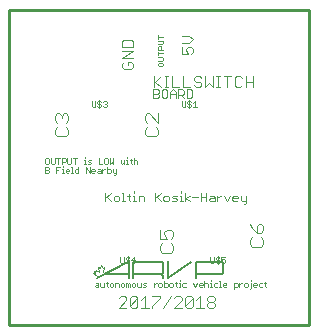
<source format=gto>
G75*
%MOIN*%
%OFA0B0*%
%FSLAX25Y25*%
%IPPOS*%
%LPD*%
%AMOC8*
5,1,8,0,0,1.08239X$1,22.5*
%
%ADD10C,0.00300*%
%ADD11C,0.00200*%
%ADD12C,0.01000*%
%ADD13C,0.00500*%
%ADD14C,0.00400*%
D10*
X0082950Y0046950D02*
X0085419Y0049419D01*
X0085419Y0050036D01*
X0084802Y0050653D01*
X0083567Y0050653D01*
X0082950Y0050036D01*
X0082950Y0046950D02*
X0085419Y0046950D01*
X0086633Y0047567D02*
X0089102Y0050036D01*
X0089102Y0047567D01*
X0088485Y0046950D01*
X0087250Y0046950D01*
X0086633Y0047567D01*
X0086633Y0050036D01*
X0087250Y0050653D01*
X0088485Y0050653D01*
X0089102Y0050036D01*
X0090316Y0049419D02*
X0091551Y0050653D01*
X0091551Y0046950D01*
X0092785Y0046950D02*
X0090316Y0046950D01*
X0093999Y0046950D02*
X0093999Y0047567D01*
X0096468Y0050036D01*
X0096468Y0050653D01*
X0093999Y0050653D01*
X0097683Y0046950D02*
X0100151Y0050653D01*
X0101366Y0050036D02*
X0101983Y0050653D01*
X0103217Y0050653D01*
X0103834Y0050036D01*
X0103834Y0049419D01*
X0101366Y0046950D01*
X0103834Y0046950D01*
X0105049Y0047567D02*
X0105049Y0050036D01*
X0105666Y0050653D01*
X0106900Y0050653D01*
X0107518Y0050036D01*
X0105049Y0047567D01*
X0105666Y0046950D01*
X0106900Y0046950D01*
X0107518Y0047567D01*
X0107518Y0050036D01*
X0108732Y0049419D02*
X0109966Y0050653D01*
X0109966Y0046950D01*
X0108732Y0046950D02*
X0111201Y0046950D01*
X0112415Y0047567D02*
X0112415Y0048184D01*
X0113032Y0048802D01*
X0114267Y0048802D01*
X0114884Y0048184D01*
X0114884Y0047567D01*
X0114267Y0046950D01*
X0113032Y0046950D01*
X0112415Y0047567D01*
X0113032Y0048802D02*
X0112415Y0049419D01*
X0112415Y0050036D01*
X0113032Y0050653D01*
X0114267Y0050653D01*
X0114884Y0050036D01*
X0114884Y0049419D01*
X0114267Y0048802D01*
X0114107Y0120450D02*
X0112872Y0121684D01*
X0111638Y0120450D01*
X0111638Y0124153D01*
X0110424Y0123536D02*
X0109806Y0124153D01*
X0108572Y0124153D01*
X0107955Y0123536D01*
X0107955Y0122919D01*
X0108572Y0122302D01*
X0109806Y0122302D01*
X0110424Y0121684D01*
X0110424Y0121067D01*
X0109806Y0120450D01*
X0108572Y0120450D01*
X0107955Y0121067D01*
X0106740Y0120450D02*
X0104272Y0120450D01*
X0104272Y0124153D01*
X0100589Y0124153D02*
X0100589Y0120450D01*
X0103057Y0120450D01*
X0099368Y0120450D02*
X0098133Y0120450D01*
X0098750Y0120450D02*
X0098750Y0124153D01*
X0098133Y0124153D02*
X0099368Y0124153D01*
X0096919Y0124153D02*
X0094450Y0121684D01*
X0095067Y0122302D02*
X0096919Y0120450D01*
X0094450Y0120450D02*
X0094450Y0124153D01*
X0087650Y0127067D02*
X0087650Y0128302D01*
X0087033Y0128919D01*
X0085798Y0128919D01*
X0085798Y0127684D01*
X0084564Y0126450D02*
X0087033Y0126450D01*
X0087650Y0127067D01*
X0087650Y0130133D02*
X0083947Y0130133D01*
X0087650Y0132602D01*
X0083947Y0132602D01*
X0083947Y0133816D02*
X0083947Y0135668D01*
X0084564Y0136285D01*
X0087033Y0136285D01*
X0087650Y0135668D01*
X0087650Y0133816D01*
X0083947Y0133816D01*
X0084564Y0128919D02*
X0083947Y0128302D01*
X0083947Y0127067D01*
X0084564Y0126450D01*
X0103947Y0131450D02*
X0105798Y0131450D01*
X0105181Y0132684D01*
X0105181Y0133302D01*
X0105798Y0133919D01*
X0107033Y0133919D01*
X0107650Y0133302D01*
X0107650Y0132067D01*
X0107033Y0131450D01*
X0103947Y0131450D02*
X0103947Y0133919D01*
X0103947Y0135133D02*
X0106416Y0135133D01*
X0107650Y0136368D01*
X0106416Y0137602D01*
X0103947Y0137602D01*
X0114107Y0124153D02*
X0114107Y0120450D01*
X0115321Y0120450D02*
X0116556Y0120450D01*
X0115938Y0120450D02*
X0115938Y0124153D01*
X0115321Y0124153D02*
X0116556Y0124153D01*
X0117777Y0124153D02*
X0120245Y0124153D01*
X0119011Y0124153D02*
X0119011Y0120450D01*
X0121460Y0121067D02*
X0122077Y0120450D01*
X0123311Y0120450D01*
X0123928Y0121067D01*
X0125143Y0120450D02*
X0125143Y0124153D01*
X0123928Y0123536D02*
X0123311Y0124153D01*
X0122077Y0124153D01*
X0121460Y0123536D01*
X0121460Y0121067D01*
X0125143Y0122302D02*
X0127612Y0122302D01*
X0127612Y0124153D02*
X0127612Y0120450D01*
D11*
X0108784Y0113900D02*
X0107583Y0113900D01*
X0108184Y0113900D02*
X0108184Y0115702D01*
X0107583Y0115101D01*
X0106943Y0115401D02*
X0106642Y0115702D01*
X0106042Y0115702D01*
X0105742Y0115401D01*
X0105742Y0115101D01*
X0106042Y0114801D01*
X0106642Y0114801D01*
X0106943Y0114501D01*
X0106943Y0114200D01*
X0106642Y0113900D01*
X0106042Y0113900D01*
X0105742Y0114200D01*
X0105101Y0114200D02*
X0105101Y0115702D01*
X0103900Y0115702D02*
X0103900Y0114200D01*
X0104200Y0113900D01*
X0104801Y0113900D01*
X0105101Y0114200D01*
X0106342Y0113600D02*
X0106342Y0116002D01*
X0106851Y0116900D02*
X0105449Y0116900D01*
X0105449Y0119702D01*
X0106851Y0119702D01*
X0107318Y0119235D01*
X0107318Y0117367D01*
X0106851Y0116900D01*
X0104555Y0116900D02*
X0103621Y0117834D01*
X0104088Y0117834D02*
X0102687Y0117834D01*
X0102687Y0116900D02*
X0102687Y0119702D01*
X0104088Y0119702D01*
X0104555Y0119235D01*
X0104555Y0118301D01*
X0104088Y0117834D01*
X0101793Y0118301D02*
X0099925Y0118301D01*
X0099925Y0118768D02*
X0100859Y0119702D01*
X0101793Y0118768D01*
X0101793Y0116900D01*
X0099925Y0116900D02*
X0099925Y0118768D01*
X0099031Y0119235D02*
X0098564Y0119702D01*
X0097629Y0119702D01*
X0097162Y0119235D01*
X0097162Y0117367D01*
X0097629Y0116900D01*
X0098564Y0116900D01*
X0099031Y0117367D01*
X0099031Y0119235D01*
X0096268Y0119235D02*
X0096268Y0118768D01*
X0095801Y0118301D01*
X0094400Y0118301D01*
X0094400Y0116900D02*
X0094400Y0119702D01*
X0095801Y0119702D01*
X0096268Y0119235D01*
X0095801Y0118301D02*
X0096268Y0117834D01*
X0096268Y0117367D01*
X0095801Y0116900D01*
X0094400Y0116900D01*
X0096199Y0127400D02*
X0097400Y0127400D01*
X0097700Y0127700D01*
X0097700Y0128301D01*
X0097400Y0128601D01*
X0096199Y0128601D01*
X0095898Y0128301D01*
X0095898Y0127700D01*
X0096199Y0127400D01*
X0095898Y0129242D02*
X0097400Y0129242D01*
X0097700Y0129542D01*
X0097700Y0130142D01*
X0097400Y0130443D01*
X0095898Y0130443D01*
X0095898Y0131083D02*
X0095898Y0132284D01*
X0095898Y0131684D02*
X0097700Y0131684D01*
X0097700Y0132925D02*
X0095898Y0132925D01*
X0095898Y0133825D01*
X0096199Y0134126D01*
X0096799Y0134126D01*
X0097099Y0133825D01*
X0097099Y0132925D01*
X0097400Y0134766D02*
X0095898Y0134766D01*
X0095898Y0135967D02*
X0097400Y0135967D01*
X0097700Y0135667D01*
X0097700Y0135067D01*
X0097400Y0134766D01*
X0095898Y0136608D02*
X0095898Y0137809D01*
X0095898Y0137208D02*
X0097700Y0137208D01*
X0078484Y0115702D02*
X0078784Y0115401D01*
X0078784Y0115101D01*
X0078484Y0114801D01*
X0078784Y0114501D01*
X0078784Y0114200D01*
X0078484Y0113900D01*
X0077883Y0113900D01*
X0077583Y0114200D01*
X0076943Y0114200D02*
X0076943Y0114501D01*
X0076642Y0114801D01*
X0076042Y0114801D01*
X0075742Y0115101D01*
X0075742Y0115401D01*
X0076042Y0115702D01*
X0076642Y0115702D01*
X0076943Y0115401D01*
X0077583Y0115401D02*
X0077883Y0115702D01*
X0078484Y0115702D01*
X0078484Y0114801D02*
X0078184Y0114801D01*
X0076943Y0114200D02*
X0076642Y0113900D01*
X0076042Y0113900D01*
X0075742Y0114200D01*
X0075101Y0114200D02*
X0075101Y0115702D01*
X0073900Y0115702D02*
X0073900Y0114200D01*
X0074200Y0113900D01*
X0074801Y0113900D01*
X0075101Y0114200D01*
X0076342Y0113600D02*
X0076342Y0116002D01*
X0076202Y0096702D02*
X0076202Y0094900D01*
X0077403Y0094900D01*
X0078043Y0095200D02*
X0078344Y0094900D01*
X0078944Y0094900D01*
X0079244Y0095200D01*
X0079244Y0096401D01*
X0078944Y0096702D01*
X0078344Y0096702D01*
X0078043Y0096401D01*
X0078043Y0095200D01*
X0078964Y0093702D02*
X0078964Y0091900D01*
X0079865Y0091900D01*
X0080165Y0092200D01*
X0080165Y0092801D01*
X0079865Y0093101D01*
X0078964Y0093101D01*
X0078330Y0093101D02*
X0078030Y0093101D01*
X0077430Y0092501D01*
X0077430Y0093101D02*
X0077430Y0091900D01*
X0076789Y0091900D02*
X0076789Y0092801D01*
X0076489Y0093101D01*
X0075888Y0093101D01*
X0075888Y0092501D02*
X0076789Y0092501D01*
X0076789Y0091900D02*
X0075888Y0091900D01*
X0075588Y0092200D01*
X0075888Y0092501D01*
X0074947Y0092501D02*
X0073746Y0092501D01*
X0073746Y0092801D02*
X0074047Y0093101D01*
X0074647Y0093101D01*
X0074947Y0092801D01*
X0074947Y0092501D01*
X0074647Y0091900D02*
X0074047Y0091900D01*
X0073746Y0092200D01*
X0073746Y0092801D01*
X0073106Y0091900D02*
X0073106Y0093702D01*
X0071905Y0093702D02*
X0073106Y0091900D01*
X0071905Y0091900D02*
X0071905Y0093702D01*
X0071892Y0094900D02*
X0071291Y0094900D01*
X0071591Y0094900D02*
X0071591Y0096101D01*
X0071291Y0096101D01*
X0071591Y0096702D02*
X0071591Y0097002D01*
X0072519Y0095801D02*
X0072819Y0096101D01*
X0073720Y0096101D01*
X0073419Y0095501D02*
X0072819Y0095501D01*
X0072519Y0095801D01*
X0072519Y0094900D02*
X0073419Y0094900D01*
X0073720Y0095200D01*
X0073419Y0095501D01*
X0069423Y0093702D02*
X0069423Y0091900D01*
X0068522Y0091900D01*
X0068222Y0092200D01*
X0068222Y0092801D01*
X0068522Y0093101D01*
X0069423Y0093101D01*
X0068208Y0094900D02*
X0068208Y0096702D01*
X0067608Y0096702D02*
X0068809Y0096702D01*
X0066967Y0096702D02*
X0066967Y0095200D01*
X0066667Y0094900D01*
X0066067Y0094900D01*
X0065766Y0095200D01*
X0065766Y0096702D01*
X0065126Y0096401D02*
X0065126Y0095801D01*
X0064825Y0095501D01*
X0063925Y0095501D01*
X0063925Y0094900D02*
X0063925Y0096702D01*
X0064825Y0096702D01*
X0065126Y0096401D01*
X0063284Y0096702D02*
X0062083Y0096702D01*
X0062684Y0096702D02*
X0062684Y0094900D01*
X0061443Y0095200D02*
X0061443Y0096702D01*
X0060242Y0096702D02*
X0060242Y0095200D01*
X0060542Y0094900D01*
X0061142Y0094900D01*
X0061443Y0095200D01*
X0062083Y0093702D02*
X0063284Y0093702D01*
X0063925Y0093101D02*
X0064225Y0093101D01*
X0064225Y0091900D01*
X0063925Y0091900D02*
X0064525Y0091900D01*
X0065152Y0092200D02*
X0065453Y0091900D01*
X0066053Y0091900D01*
X0066353Y0092501D02*
X0065152Y0092501D01*
X0065152Y0092801D02*
X0065453Y0093101D01*
X0066053Y0093101D01*
X0066353Y0092801D01*
X0066353Y0092501D01*
X0066994Y0091900D02*
X0067595Y0091900D01*
X0067294Y0091900D02*
X0067294Y0093702D01*
X0066994Y0093702D01*
X0065152Y0092801D02*
X0065152Y0092200D01*
X0064225Y0093702D02*
X0064225Y0094002D01*
X0062684Y0092801D02*
X0062083Y0092801D01*
X0062083Y0091900D02*
X0062083Y0093702D01*
X0059601Y0093401D02*
X0059601Y0093101D01*
X0059301Y0092801D01*
X0058400Y0092801D01*
X0058400Y0093702D02*
X0059301Y0093702D01*
X0059601Y0093401D01*
X0059301Y0092801D02*
X0059601Y0092501D01*
X0059601Y0092200D01*
X0059301Y0091900D01*
X0058400Y0091900D01*
X0058400Y0093702D01*
X0058700Y0094900D02*
X0059301Y0094900D01*
X0059601Y0095200D01*
X0059601Y0096401D01*
X0059301Y0096702D01*
X0058700Y0096702D01*
X0058400Y0096401D01*
X0058400Y0095200D01*
X0058700Y0094900D01*
X0078400Y0085202D02*
X0078400Y0082400D01*
X0078400Y0083334D02*
X0080268Y0085202D01*
X0081629Y0084268D02*
X0081162Y0083801D01*
X0081162Y0082867D01*
X0081629Y0082400D01*
X0082564Y0082400D01*
X0083031Y0082867D01*
X0083031Y0083801D01*
X0082564Y0084268D01*
X0081629Y0084268D01*
X0080268Y0082400D02*
X0078867Y0083801D01*
X0083925Y0082400D02*
X0084859Y0082400D01*
X0084392Y0082400D02*
X0084392Y0085202D01*
X0083925Y0085202D01*
X0085766Y0084268D02*
X0086700Y0084268D01*
X0086233Y0084735D02*
X0086233Y0082867D01*
X0086700Y0082400D01*
X0087608Y0082400D02*
X0088542Y0082400D01*
X0088075Y0082400D02*
X0088075Y0084268D01*
X0087608Y0084268D01*
X0088075Y0085202D02*
X0088075Y0085669D01*
X0089449Y0084268D02*
X0090851Y0084268D01*
X0091318Y0083801D01*
X0091318Y0082400D01*
X0089449Y0082400D02*
X0089449Y0084268D01*
X0094974Y0083334D02*
X0096842Y0085202D01*
X0098204Y0084268D02*
X0097736Y0083801D01*
X0097736Y0082867D01*
X0098204Y0082400D01*
X0099138Y0082400D01*
X0099605Y0082867D01*
X0099605Y0083801D01*
X0099138Y0084268D01*
X0098204Y0084268D01*
X0096842Y0082400D02*
X0095441Y0083801D01*
X0094974Y0085202D02*
X0094974Y0082400D01*
X0100499Y0082400D02*
X0101900Y0082400D01*
X0102367Y0082867D01*
X0101900Y0083334D01*
X0100966Y0083334D01*
X0100499Y0083801D01*
X0100966Y0084268D01*
X0102367Y0084268D01*
X0103261Y0084268D02*
X0103728Y0084268D01*
X0103728Y0082400D01*
X0103261Y0082400D02*
X0104195Y0082400D01*
X0105103Y0082400D02*
X0105103Y0085202D01*
X0103728Y0085202D02*
X0103728Y0085669D01*
X0105103Y0083334D02*
X0106504Y0084268D01*
X0107405Y0083801D02*
X0109273Y0083801D01*
X0110167Y0083801D02*
X0112035Y0083801D01*
X0112929Y0082867D02*
X0113396Y0083334D01*
X0114798Y0083334D01*
X0114798Y0083801D02*
X0114798Y0082400D01*
X0113396Y0082400D01*
X0112929Y0082867D01*
X0112035Y0082400D02*
X0112035Y0085202D01*
X0113396Y0084268D02*
X0114331Y0084268D01*
X0114798Y0083801D01*
X0115692Y0083334D02*
X0116626Y0084268D01*
X0117093Y0084268D01*
X0117994Y0084268D02*
X0118928Y0082400D01*
X0119862Y0084268D01*
X0120756Y0083801D02*
X0121223Y0084268D01*
X0122157Y0084268D01*
X0122624Y0083801D01*
X0122624Y0083334D01*
X0120756Y0083334D01*
X0120756Y0082867D02*
X0120756Y0083801D01*
X0120756Y0082867D02*
X0121223Y0082400D01*
X0122157Y0082400D01*
X0123518Y0082867D02*
X0123985Y0082400D01*
X0125387Y0082400D01*
X0125387Y0081933D02*
X0124920Y0081466D01*
X0124453Y0081466D01*
X0125387Y0081933D02*
X0125387Y0084268D01*
X0123518Y0084268D02*
X0123518Y0082867D01*
X0115692Y0082400D02*
X0115692Y0084268D01*
X0110167Y0085202D02*
X0110167Y0082400D01*
X0106504Y0082400D02*
X0105103Y0083334D01*
X0089066Y0094900D02*
X0089066Y0095801D01*
X0088766Y0096101D01*
X0088165Y0096101D01*
X0087865Y0095801D01*
X0087238Y0096101D02*
X0086637Y0096101D01*
X0086938Y0096401D02*
X0086938Y0095200D01*
X0087238Y0094900D01*
X0087865Y0094900D02*
X0087865Y0096702D01*
X0085710Y0096702D02*
X0085710Y0097002D01*
X0085710Y0096101D02*
X0085710Y0094900D01*
X0085410Y0094900D02*
X0086010Y0094900D01*
X0085710Y0096101D02*
X0085410Y0096101D01*
X0084769Y0096101D02*
X0084769Y0095200D01*
X0084469Y0094900D01*
X0084169Y0095200D01*
X0083868Y0094900D01*
X0083568Y0095200D01*
X0083568Y0096101D01*
X0081086Y0096702D02*
X0081086Y0094900D01*
X0080486Y0095501D01*
X0079885Y0094900D01*
X0079885Y0096702D01*
X0080806Y0093101D02*
X0080806Y0092200D01*
X0081106Y0091900D01*
X0082007Y0091900D01*
X0082007Y0091600D02*
X0081707Y0091299D01*
X0081406Y0091299D01*
X0082007Y0091600D02*
X0082007Y0093101D01*
X0085817Y0064002D02*
X0085817Y0061600D01*
X0085517Y0061900D02*
X0086118Y0061900D01*
X0086418Y0062200D01*
X0086418Y0062501D01*
X0086118Y0062801D01*
X0085517Y0062801D01*
X0085217Y0063101D01*
X0085217Y0063401D01*
X0085517Y0063702D01*
X0086118Y0063702D01*
X0086418Y0063401D01*
X0087058Y0062801D02*
X0088259Y0062801D01*
X0087959Y0063702D02*
X0087058Y0062801D01*
X0087959Y0061900D02*
X0087959Y0063702D01*
X0085517Y0061900D02*
X0085217Y0062200D01*
X0084576Y0062200D02*
X0084276Y0061900D01*
X0083676Y0061900D01*
X0083375Y0062200D01*
X0083375Y0063702D01*
X0084576Y0063702D02*
X0084576Y0062200D01*
X0078100Y0060500D02*
X0077700Y0058900D01*
X0077500Y0060200D02*
X0077000Y0061300D01*
X0076500Y0060200D01*
X0075800Y0060500D01*
X0076200Y0058900D01*
X0075400Y0059600D01*
X0075300Y0059100D01*
X0074500Y0059300D01*
X0074800Y0058600D01*
X0074300Y0058400D01*
X0075500Y0057500D01*
X0075200Y0055101D02*
X0075801Y0055101D01*
X0076101Y0054801D01*
X0076101Y0053900D01*
X0075200Y0053900D01*
X0074900Y0054200D01*
X0075200Y0054501D01*
X0076101Y0054501D01*
X0076742Y0054200D02*
X0076742Y0055101D01*
X0076742Y0054200D02*
X0077042Y0053900D01*
X0077943Y0053900D01*
X0077943Y0055101D01*
X0078583Y0055101D02*
X0079184Y0055101D01*
X0078883Y0055401D02*
X0078883Y0054200D01*
X0079184Y0053900D01*
X0079811Y0054200D02*
X0080111Y0053900D01*
X0080712Y0053900D01*
X0081012Y0054200D01*
X0081012Y0054801D01*
X0080712Y0055101D01*
X0080111Y0055101D01*
X0079811Y0054801D01*
X0079811Y0054200D01*
X0081652Y0053900D02*
X0081652Y0055101D01*
X0082553Y0055101D01*
X0082853Y0054801D01*
X0082853Y0053900D01*
X0083494Y0054200D02*
X0083794Y0053900D01*
X0084395Y0053900D01*
X0084695Y0054200D01*
X0084695Y0054801D01*
X0084395Y0055101D01*
X0083794Y0055101D01*
X0083494Y0054801D01*
X0083494Y0054200D01*
X0085336Y0053900D02*
X0085336Y0055101D01*
X0085636Y0055101D01*
X0085936Y0054801D01*
X0086236Y0055101D01*
X0086537Y0054801D01*
X0086537Y0053900D01*
X0085936Y0053900D02*
X0085936Y0054801D01*
X0087177Y0054801D02*
X0087177Y0054200D01*
X0087477Y0053900D01*
X0088078Y0053900D01*
X0088378Y0054200D01*
X0088378Y0054801D01*
X0088078Y0055101D01*
X0087477Y0055101D01*
X0087177Y0054801D01*
X0089019Y0055101D02*
X0089019Y0054200D01*
X0089319Y0053900D01*
X0090220Y0053900D01*
X0090220Y0055101D01*
X0090860Y0054801D02*
X0091161Y0055101D01*
X0092061Y0055101D01*
X0091761Y0054501D02*
X0091161Y0054501D01*
X0090860Y0054801D01*
X0090860Y0053900D02*
X0091761Y0053900D01*
X0092061Y0054200D01*
X0091761Y0054501D01*
X0094543Y0054501D02*
X0095144Y0055101D01*
X0095444Y0055101D01*
X0096078Y0054801D02*
X0096078Y0054200D01*
X0096378Y0053900D01*
X0096979Y0053900D01*
X0097279Y0054200D01*
X0097279Y0054801D01*
X0096979Y0055101D01*
X0096378Y0055101D01*
X0096078Y0054801D01*
X0094543Y0055101D02*
X0094543Y0053900D01*
X0097920Y0053900D02*
X0097920Y0055702D01*
X0097920Y0055101D02*
X0098820Y0055101D01*
X0099121Y0054801D01*
X0099121Y0054200D01*
X0098820Y0053900D01*
X0097920Y0053900D01*
X0099761Y0054200D02*
X0099761Y0054801D01*
X0100061Y0055101D01*
X0100662Y0055101D01*
X0100962Y0054801D01*
X0100962Y0054200D01*
X0100662Y0053900D01*
X0100061Y0053900D01*
X0099761Y0054200D01*
X0101603Y0055101D02*
X0102203Y0055101D01*
X0101903Y0055401D02*
X0101903Y0054200D01*
X0102203Y0053900D01*
X0102830Y0053900D02*
X0103431Y0053900D01*
X0103131Y0053900D02*
X0103131Y0055101D01*
X0102830Y0055101D01*
X0103131Y0055702D02*
X0103131Y0056002D01*
X0104058Y0054801D02*
X0104058Y0054200D01*
X0104358Y0053900D01*
X0105259Y0053900D01*
X0105259Y0055101D02*
X0104358Y0055101D01*
X0104058Y0054801D01*
X0107741Y0055101D02*
X0108342Y0053900D01*
X0108942Y0055101D01*
X0109583Y0054801D02*
X0109883Y0055101D01*
X0110484Y0055101D01*
X0110784Y0054801D01*
X0110784Y0054501D01*
X0109583Y0054501D01*
X0109583Y0054801D02*
X0109583Y0054200D01*
X0109883Y0053900D01*
X0110484Y0053900D01*
X0111424Y0053900D02*
X0111424Y0055702D01*
X0111725Y0055101D02*
X0111424Y0054801D01*
X0111725Y0055101D02*
X0112325Y0055101D01*
X0112626Y0054801D01*
X0112626Y0053900D01*
X0113266Y0053900D02*
X0113867Y0053900D01*
X0113566Y0053900D02*
X0113566Y0055101D01*
X0113266Y0055101D01*
X0113566Y0055702D02*
X0113566Y0056002D01*
X0114494Y0054801D02*
X0114494Y0054200D01*
X0114794Y0053900D01*
X0115695Y0053900D01*
X0116335Y0053900D02*
X0116936Y0053900D01*
X0116636Y0053900D02*
X0116636Y0055702D01*
X0116335Y0055702D01*
X0115695Y0055101D02*
X0114794Y0055101D01*
X0114494Y0054801D01*
X0117563Y0054801D02*
X0117563Y0054200D01*
X0117863Y0053900D01*
X0118464Y0053900D01*
X0118764Y0054501D02*
X0117563Y0054501D01*
X0117563Y0054801D02*
X0117863Y0055101D01*
X0118464Y0055101D01*
X0118764Y0054801D01*
X0118764Y0054501D01*
X0121246Y0055101D02*
X0121246Y0053299D01*
X0121246Y0053900D02*
X0122147Y0053900D01*
X0122447Y0054200D01*
X0122447Y0054801D01*
X0122147Y0055101D01*
X0121246Y0055101D01*
X0123088Y0055101D02*
X0123088Y0053900D01*
X0123088Y0054501D02*
X0123688Y0055101D01*
X0123989Y0055101D01*
X0124622Y0054801D02*
X0124622Y0054200D01*
X0124923Y0053900D01*
X0125523Y0053900D01*
X0125823Y0054200D01*
X0125823Y0054801D01*
X0125523Y0055101D01*
X0124923Y0055101D01*
X0124622Y0054801D01*
X0126464Y0053299D02*
X0126764Y0053299D01*
X0127064Y0053600D01*
X0127064Y0055101D01*
X0127064Y0055702D02*
X0127064Y0056002D01*
X0127992Y0055101D02*
X0128592Y0055101D01*
X0128893Y0054801D01*
X0128893Y0054501D01*
X0127692Y0054501D01*
X0127692Y0054801D02*
X0127992Y0055101D01*
X0127692Y0054801D02*
X0127692Y0054200D01*
X0127992Y0053900D01*
X0128592Y0053900D01*
X0129533Y0054200D02*
X0129533Y0054801D01*
X0129833Y0055101D01*
X0130734Y0055101D01*
X0131375Y0055101D02*
X0131975Y0055101D01*
X0131675Y0055401D02*
X0131675Y0054200D01*
X0131975Y0053900D01*
X0130734Y0053900D02*
X0129833Y0053900D01*
X0129533Y0054200D01*
X0118259Y0062200D02*
X0117959Y0061900D01*
X0117359Y0061900D01*
X0117058Y0062200D01*
X0117058Y0062801D02*
X0117659Y0063101D01*
X0117959Y0063101D01*
X0118259Y0062801D01*
X0118259Y0062200D01*
X0117058Y0062801D02*
X0117058Y0063702D01*
X0118259Y0063702D01*
X0116418Y0063401D02*
X0116118Y0063702D01*
X0115517Y0063702D01*
X0115217Y0063401D01*
X0115217Y0063101D01*
X0115517Y0062801D01*
X0116118Y0062801D01*
X0116418Y0062501D01*
X0116418Y0062200D01*
X0116118Y0061900D01*
X0115517Y0061900D01*
X0115217Y0062200D01*
X0114576Y0062200D02*
X0114576Y0063702D01*
X0113375Y0063702D02*
X0113375Y0062200D01*
X0113676Y0061900D01*
X0114276Y0061900D01*
X0114576Y0062200D01*
X0115817Y0061600D02*
X0115817Y0064002D01*
X0078100Y0060500D02*
X0077500Y0060200D01*
D12*
X0046300Y0041300D02*
X0146300Y0041300D01*
X0146300Y0146300D01*
X0046300Y0146300D01*
X0046300Y0041300D01*
D13*
X0075700Y0056700D02*
X0086000Y0062300D01*
X0086200Y0062400D02*
X0086200Y0056700D01*
X0087500Y0056700D02*
X0087500Y0058100D01*
X0096800Y0058100D01*
X0096900Y0058100D01*
X0097000Y0058100D02*
X0097050Y0058109D01*
X0097099Y0058121D01*
X0097147Y0058137D01*
X0097193Y0058156D01*
X0097238Y0058178D01*
X0097282Y0058204D01*
X0097323Y0058233D01*
X0097362Y0058265D01*
X0097399Y0058299D01*
X0097433Y0058336D01*
X0097465Y0058375D01*
X0097493Y0058417D01*
X0097518Y0058461D01*
X0097540Y0058506D01*
X0097559Y0058553D01*
X0097574Y0058601D01*
X0097586Y0058650D01*
X0097594Y0058699D01*
X0097599Y0058749D01*
X0097600Y0058800D01*
X0097600Y0058700D01*
X0097600Y0058800D02*
X0097600Y0061700D01*
X0097591Y0061750D01*
X0097579Y0061799D01*
X0097563Y0061847D01*
X0097544Y0061893D01*
X0097522Y0061938D01*
X0097496Y0061982D01*
X0097467Y0062023D01*
X0097435Y0062062D01*
X0097401Y0062099D01*
X0097364Y0062133D01*
X0097325Y0062165D01*
X0097283Y0062193D01*
X0097239Y0062218D01*
X0097194Y0062240D01*
X0097147Y0062259D01*
X0097099Y0062274D01*
X0097050Y0062286D01*
X0097001Y0062294D01*
X0096951Y0062299D01*
X0096900Y0062300D01*
X0087500Y0062300D01*
X0087500Y0058100D01*
X0086000Y0058100D02*
X0078300Y0058100D01*
X0096800Y0058100D02*
X0096850Y0058099D01*
X0096900Y0058094D01*
X0096950Y0058086D01*
X0096999Y0058075D01*
X0097047Y0058059D01*
X0097094Y0058040D01*
X0097139Y0058018D01*
X0097183Y0057993D01*
X0097225Y0057965D01*
X0097264Y0057933D01*
X0097301Y0057899D01*
X0097336Y0057862D01*
X0097367Y0057823D01*
X0097396Y0057782D01*
X0097422Y0057738D01*
X0097444Y0057693D01*
X0097463Y0057646D01*
X0097479Y0057599D01*
X0097491Y0057550D01*
X0097500Y0057500D01*
X0097500Y0057600D02*
X0097500Y0056700D01*
X0099200Y0056900D02*
X0107000Y0062300D01*
X0108500Y0062300D02*
X0116900Y0062300D01*
X0116951Y0062299D01*
X0117001Y0062294D01*
X0117050Y0062286D01*
X0117099Y0062274D01*
X0117147Y0062259D01*
X0117194Y0062240D01*
X0117239Y0062218D01*
X0117283Y0062193D01*
X0117325Y0062165D01*
X0117364Y0062133D01*
X0117401Y0062099D01*
X0117435Y0062062D01*
X0117467Y0062023D01*
X0117496Y0061982D01*
X0117522Y0061938D01*
X0117544Y0061893D01*
X0117563Y0061847D01*
X0117579Y0061799D01*
X0117591Y0061750D01*
X0117600Y0061700D01*
X0117600Y0058800D01*
X0117600Y0058700D01*
X0117600Y0058800D02*
X0117599Y0058749D01*
X0117594Y0058699D01*
X0117586Y0058650D01*
X0117574Y0058601D01*
X0117559Y0058553D01*
X0117540Y0058506D01*
X0117518Y0058461D01*
X0117493Y0058417D01*
X0117465Y0058375D01*
X0117433Y0058336D01*
X0117399Y0058299D01*
X0117362Y0058265D01*
X0117323Y0058233D01*
X0117282Y0058204D01*
X0117238Y0058178D01*
X0117193Y0058156D01*
X0117147Y0058137D01*
X0117099Y0058121D01*
X0117050Y0058109D01*
X0117000Y0058100D01*
X0116900Y0058100D02*
X0108500Y0058100D01*
X0108500Y0056700D01*
X0108500Y0058100D02*
X0108500Y0062300D01*
X0099200Y0062400D02*
X0099200Y0056900D01*
D14*
X0100333Y0065292D02*
X0097263Y0065292D01*
X0096496Y0066059D01*
X0096496Y0067594D01*
X0097263Y0068361D01*
X0096496Y0069896D02*
X0098798Y0069896D01*
X0098031Y0071431D01*
X0098031Y0072198D01*
X0098798Y0072965D01*
X0100333Y0072965D01*
X0101100Y0072198D01*
X0101100Y0070663D01*
X0100333Y0069896D01*
X0100333Y0068361D02*
X0101100Y0067594D01*
X0101100Y0066059D01*
X0100333Y0065292D01*
X0096496Y0069896D02*
X0096496Y0072965D01*
X0126496Y0074965D02*
X0127263Y0073431D01*
X0128798Y0071896D01*
X0128798Y0074198D01*
X0129565Y0074965D01*
X0130333Y0074965D01*
X0131100Y0074198D01*
X0131100Y0072663D01*
X0130333Y0071896D01*
X0128798Y0071896D01*
X0127263Y0070361D02*
X0126496Y0069594D01*
X0126496Y0068059D01*
X0127263Y0067292D01*
X0130333Y0067292D01*
X0131100Y0068059D01*
X0131100Y0069594D01*
X0130333Y0070361D01*
X0096100Y0104767D02*
X0096100Y0106302D01*
X0095333Y0107069D01*
X0096100Y0108604D02*
X0093031Y0111673D01*
X0092263Y0111673D01*
X0091496Y0110906D01*
X0091496Y0109371D01*
X0092263Y0108604D01*
X0092263Y0107069D02*
X0091496Y0106302D01*
X0091496Y0104767D01*
X0092263Y0104000D01*
X0095333Y0104000D01*
X0096100Y0104767D01*
X0096100Y0108604D02*
X0096100Y0111673D01*
X0066100Y0110906D02*
X0066100Y0109371D01*
X0065333Y0108604D01*
X0065333Y0107069D02*
X0066100Y0106302D01*
X0066100Y0104767D01*
X0065333Y0104000D01*
X0062263Y0104000D01*
X0061496Y0104767D01*
X0061496Y0106302D01*
X0062263Y0107069D01*
X0062263Y0108604D02*
X0061496Y0109371D01*
X0061496Y0110906D01*
X0062263Y0111673D01*
X0063031Y0111673D01*
X0063798Y0110906D01*
X0064565Y0111673D01*
X0065333Y0111673D01*
X0066100Y0110906D01*
X0063798Y0110906D02*
X0063798Y0110139D01*
M02*

</source>
